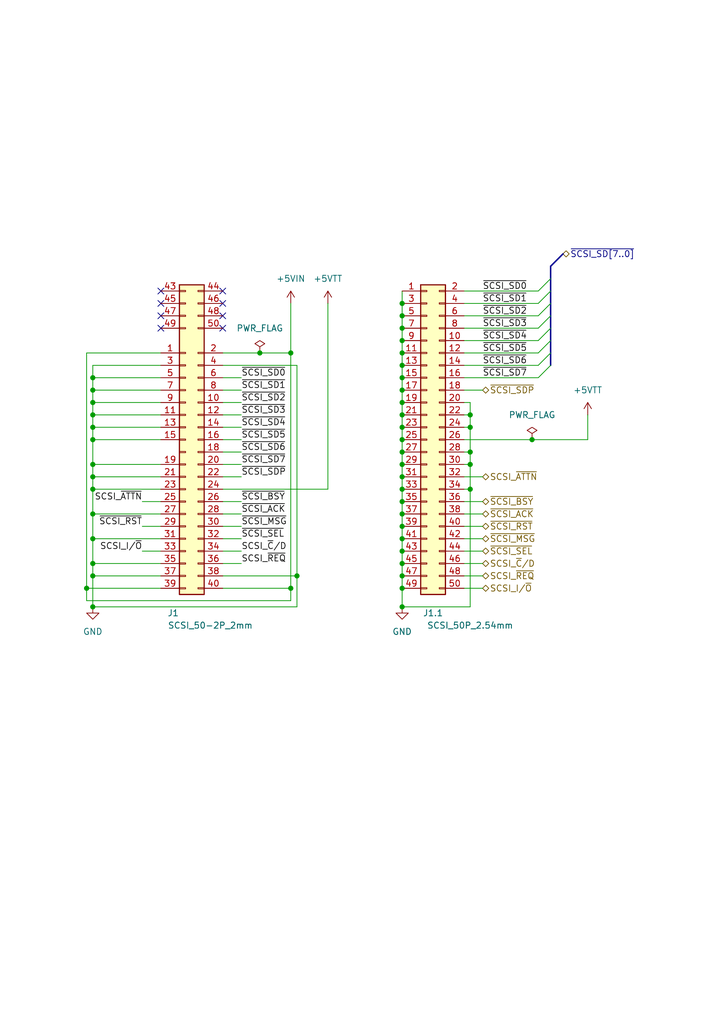
<source format=kicad_sch>
(kicad_sch (version 20250114) (generator "eeschema") (generator_version "9.0")
  (paper "A5" portrait)
  (title_block (title "GBSCSI2 Common Platform - SCSI Headers, 2mm/2.54mm") (date "2026-02-01") (rev "2.0") (comment 1 "Drawn by George R. M."))
  (lib_symbols
    (symbol "Connector_Generic:Conn_02x25_Odd_Even" (pin_names (offset 1.016) (hide yes))
      (property "Reference" "J" (at 1.27 33.02 0))
      (property "Value" "Conn_02x25_Odd_Even" (at 1.27 -33.02 0))
      (symbol "Conn_02x25_Odd_Even_1_1"
        (rectangle (start -1.27 31.75) (end 3.81 -31.75) (stroke (width 0.254)) (fill (type background)))
        (rectangle (start -1.27 30.607) (end 0 30.353) (stroke (width 0.1524)))
        (rectangle (start -1.27 28.067) (end 0 27.813) (stroke (width 0.1524)))
        (rectangle (start -1.27 25.527) (end 0 25.273) (stroke (width 0.1524)))
        (rectangle (start -1.27 22.987) (end 0 22.733) (stroke (width 0.1524)))
        (rectangle (start -1.27 20.447) (end 0 20.193) (stroke (width 0.1524)))
        (rectangle (start -1.27 17.907) (end 0 17.653) (stroke (width 0.1524)))
        (rectangle (start -1.27 15.367) (end 0 15.113) (stroke (width 0.1524)))
        (rectangle (start -1.27 12.827) (end 0 12.573) (stroke (width 0.1524)))
        (rectangle (start -1.27 10.287) (end 0 10.033) (stroke (width 0.1524)))
        (rectangle (start -1.27 7.747) (end 0 7.493) (stroke (width 0.1524)))
        (rectangle (start -1.27 5.207) (end 0 4.953) (stroke (width 0.1524)))
        (rectangle (start -1.27 2.667) (end 0 2.413) (stroke (width 0.1524)))
        (rectangle (start -1.27 0.127) (end 0 -0.127) (stroke (width 0.1524)))
        (rectangle (start -1.27 -2.413) (end 0 -2.667) (stroke (width 0.1524)))
        (rectangle (start -1.27 -4.953) (end 0 -5.207) (stroke (width 0.1524)))
        (rectangle (start -1.27 -7.493) (end 0 -7.747) (stroke (width 0.1524)))
        (rectangle (start -1.27 -10.033) (end 0 -10.287) (stroke (width 0.1524)))
        (rectangle (start -1.27 -12.573) (end 0 -12.827) (stroke (width 0.1524)))
        (rectangle (start -1.27 -15.113) (end 0 -15.367) (stroke (width 0.1524)))
        (rectangle (start -1.27 -17.653) (end 0 -17.907) (stroke (width 0.1524)))
        (rectangle (start -1.27 -20.193) (end 0 -20.447) (stroke (width 0.1524)))
        (rectangle (start -1.27 -22.733) (end 0 -22.987) (stroke (width 0.1524)))
        (rectangle (start -1.27 -25.273) (end 0 -25.527) (stroke (width 0.1524)))
        (rectangle (start -1.27 -27.813) (end 0 -28.067) (stroke (width 0.1524)))
        (rectangle (start -1.27 -30.353) (end 0 -30.607) (stroke (width 0.1524)))
        (rectangle (start 3.81 30.607) (end 2.54 30.353) (stroke (width 0.1524)))
        (rectangle (start 3.81 28.067) (end 2.54 27.813) (stroke (width 0.1524)))
        (rectangle (start 3.81 25.527) (end 2.54 25.273) (stroke (width 0.1524)))
        (rectangle (start 3.81 22.987) (end 2.54 22.733) (stroke (width 0.1524)))
        (rectangle (start 3.81 20.447) (end 2.54 20.193) (stroke (width 0.1524)))
        (rectangle (start 3.81 17.907) (end 2.54 17.653) (stroke (width 0.1524)))
        (rectangle (start 3.81 15.367) (end 2.54 15.113) (stroke (width 0.1524)))
        (rectangle (start 3.81 12.827) (end 2.54 12.573) (stroke (width 0.1524)))
        (rectangle (start 3.81 10.287) (end 2.54 10.033) (stroke (width 0.1524)))
        (rectangle (start 3.81 7.747) (end 2.54 7.493) (stroke (width 0.1524)))
        (rectangle (start 3.81 5.207) (end 2.54 4.953) (stroke (width 0.1524)))
        (rectangle (start 3.81 2.667) (end 2.54 2.413) (stroke (width 0.1524)))
        (rectangle (start 3.81 0.127) (end 2.54 -0.127) (stroke (width 0.1524)))
        (rectangle (start 3.81 -2.413) (end 2.54 -2.667) (stroke (width 0.1524)))
        (rectangle (start 3.81 -4.953) (end 2.54 -5.207) (stroke (width 0.1524)))
        (rectangle (start 3.81 -7.493) (end 2.54 -7.747) (stroke (width 0.1524)))
        (rectangle (start 3.81 -10.033) (end 2.54 -10.287) (stroke (width 0.1524)))
        (rectangle (start 3.81 -12.573) (end 2.54 -12.827) (stroke (width 0.1524)))
        (rectangle (start 3.81 -15.113) (end 2.54 -15.367) (stroke (width 0.1524)))
        (rectangle (start 3.81 -17.653) (end 2.54 -17.907) (stroke (width 0.1524)))
        (rectangle (start 3.81 -20.193) (end 2.54 -20.447) (stroke (width 0.1524)))
        (rectangle (start 3.81 -22.733) (end 2.54 -22.987) (stroke (width 0.1524)))
        (rectangle (start 3.81 -25.273) (end 2.54 -25.527) (stroke (width 0.1524)))
        (rectangle (start 3.81 -27.813) (end 2.54 -28.067) (stroke (width 0.1524)))
        (rectangle (start 3.81 -30.353) (end 2.54 -30.607) (stroke (width 0.1524)))
        (pin passive line (at -5.08 30.48 0) (length 3.81) (name "Pin_1") (number "1"))
        (pin passive line (at -5.08 27.94 0) (length 3.81) (name "Pin_3") (number "3"))
        (pin passive line (at -5.08 25.4 0) (length 3.81) (name "Pin_5") (number "5"))
        (pin passive line (at -5.08 22.86 0) (length 3.81) (name "Pin_7") (number "7"))
        (pin passive line (at -5.08 20.32 0) (length 3.81) (name "Pin_9") (number "9"))
        (pin passive line (at -5.08 17.78 0) (length 3.81) (name "Pin_11") (number "11"))
        (pin passive line (at -5.08 15.24 0) (length 3.81) (name "Pin_13") (number "13"))
        (pin passive line (at -5.08 12.7 0) (length 3.81) (name "Pin_15") (number "15"))
        (pin passive line (at -5.08 10.16 0) (length 3.81) (name "Pin_17") (number "17"))
        (pin passive line (at -5.08 7.62 0) (length 3.81) (name "Pin_19") (number "19"))
        (pin passive line (at -5.08 5.08 0) (length 3.81) (name "Pin_21") (number "21"))
        (pin passive line (at -5.08 2.54 0) (length 3.81) (name "Pin_23") (number "23"))
        (pin passive line (at -5.08 0 0) (length 3.81) (name "Pin_25") (number "25"))
        (pin passive line (at -5.08 -2.54 0) (length 3.81) (name "Pin_27") (number "27"))
        (pin passive line (at -5.08 -5.08 0) (length 3.81) (name "Pin_29") (number "29"))
        (pin passive line (at -5.08 -7.62 0) (length 3.81) (name "Pin_31") (number "31"))
        (pin passive line (at -5.08 -10.16 0) (length 3.81) (name "Pin_33") (number "33"))
        (pin passive line (at -5.08 -12.7 0) (length 3.81) (name "Pin_35") (number "35"))
        (pin passive line (at -5.08 -15.24 0) (length 3.81) (name "Pin_37") (number "37"))
        (pin passive line (at -5.08 -17.78 0) (length 3.81) (name "Pin_39") (number "39"))
        (pin passive line (at -5.08 -20.32 0) (length 3.81) (name "Pin_41") (number "41"))
        (pin passive line (at -5.08 -22.86 0) (length 3.81) (name "Pin_43") (number "43"))
        (pin passive line (at -5.08 -25.4 0) (length 3.81) (name "Pin_45") (number "45"))
        (pin passive line (at -5.08 -27.94 0) (length 3.81) (name "Pin_47") (number "47"))
        (pin passive line (at -5.08 -30.48 0) (length 3.81) (name "Pin_49") (number "49"))
        (pin passive line (at 7.62 30.48 180) (length 3.81) (name "Pin_2") (number "2"))
        (pin passive line (at 7.62 27.94 180) (length 3.81) (name "Pin_4") (number "4"))
        (pin passive line (at 7.62 25.4 180) (length 3.81) (name "Pin_6") (number "6"))
        (pin passive line (at 7.62 22.86 180) (length 3.81) (name "Pin_8") (number "8"))
        (pin passive line (at 7.62 20.32 180) (length 3.81) (name "Pin_10") (number "10"))
        (pin passive line (at 7.62 17.78 180) (length 3.81) (name "Pin_12") (number "12"))
        (pin passive line (at 7.62 15.24 180) (length 3.81) (name "Pin_14") (number "14"))
        (pin passive line (at 7.62 12.7 180) (length 3.81) (name "Pin_16") (number "16"))
        (pin passive line (at 7.62 10.16 180) (length 3.81) (name "Pin_18") (number "18"))
        (pin passive line (at 7.62 7.62 180) (length 3.81) (name "Pin_20") (number "20"))
        (pin passive line (at 7.62 5.08 180) (length 3.81) (name "Pin_22") (number "22"))
        (pin passive line (at 7.62 2.54 180) (length 3.81) (name "Pin_24") (number "24"))
        (pin passive line (at 7.62 0 180) (length 3.81) (name "Pin_26") (number "26"))
        (pin passive line (at 7.62 -2.54 180) (length 3.81) (name "Pin_28") (number "28"))
        (pin passive line (at 7.62 -5.08 180) (length 3.81) (name "Pin_30") (number "30"))
        (pin passive line (at 7.62 -7.62 180) (length 3.81) (name "Pin_32") (number "32"))
        (pin passive line (at 7.62 -10.16 180) (length 3.81) (name "Pin_34") (number "34"))
        (pin passive line (at 7.62 -12.7 180) (length 3.81) (name "Pin_36") (number "36"))
        (pin passive line (at 7.62 -15.24 180) (length 3.81) (name "Pin_38") (number "38"))
        (pin passive line (at 7.62 -17.78 180) (length 3.81) (name "Pin_40") (number "40"))
        (pin passive line (at 7.62 -20.32 180) (length 3.81) (name "Pin_42") (number "42"))
        (pin passive line (at 7.62 -22.86 180) (length 3.81) (name "Pin_44") (number "44"))
        (pin passive line (at 7.62 -25.4 180) (length 3.81) (name "Pin_46") (number "46"))
        (pin passive line (at 7.62 -27.94 180) (length 3.81) (name "Pin_48") (number "48"))
        (pin passive line (at 7.62 -30.48 180) (length 3.81) (name "Pin_50") (number "50"))
      )
    )
    (symbol "GBSCSI:Conn_02x25-2_reverse" (pin_names (offset 1.016) (hide yes))
      (property "Reference" "J" (at -2.54 -35.56 0))
      (property "Value" "SCSI_50-2P_2mm" (at 5.08 -38.1 0))
      (symbol "Conn_02x25-2_reverse_1_1"
        (rectangle (start -1.27 31.75) (end 3.81 -31.75) (stroke (width 0.254)) (fill (type background)))
        (rectangle (start -1.27 30.607) (end 0 30.353) (stroke (width 0.1524)))
        (rectangle (start -1.27 28.067) (end 0 27.813) (stroke (width 0.1524)))
        (rectangle (start -1.27 25.527) (end 0 25.273) (stroke (width 0.1524)))
        (rectangle (start -1.27 22.987) (end 0 22.733) (stroke (width 0.1524)))
        (rectangle (start -1.27 17.907) (end 0 17.653) (stroke (width 0.1524)))
        (rectangle (start -1.27 15.367) (end 0 15.113) (stroke (width 0.1524)))
        (rectangle (start -1.27 12.827) (end 0 12.573) (stroke (width 0.1524)))
        (rectangle (start -1.27 10.287) (end 0 10.033) (stroke (width 0.1524)))
        (rectangle (start -1.27 7.747) (end 0 7.493) (stroke (width 0.1524)))
        (rectangle (start -1.27 5.207) (end 0 4.953) (stroke (width 0.1524)))
        (rectangle (start -1.27 2.667) (end 0 2.413) (stroke (width 0.1524)))
        (rectangle (start -1.27 0.127) (end 0 -0.127) (stroke (width 0.1524)))
        (rectangle (start -1.27 -2.413) (end 0 -2.667) (stroke (width 0.1524)))
        (rectangle (start -1.27 -4.953) (end 0 -5.207) (stroke (width 0.1524)))
        (rectangle (start -1.27 -7.493) (end 0 -7.747) (stroke (width 0.1524)))
        (rectangle (start -1.27 -10.033) (end 0 -10.287) (stroke (width 0.1524)))
        (rectangle (start -1.27 -12.573) (end 0 -12.827) (stroke (width 0.1524)))
        (rectangle (start -1.27 -15.113) (end 0 -15.367) (stroke (width 0.1524)))
        (rectangle (start -1.27 -17.653) (end 0 -17.907) (stroke (width 0.1524)))
        (rectangle (start -1.27 -20.193) (end 0 -20.447) (stroke (width 0.1524)))
        (rectangle (start -1.27 -22.733) (end 0 -22.987) (stroke (width 0.1524)))
        (rectangle (start -1.27 -25.273) (end 0 -25.527) (stroke (width 0.1524)))
        (rectangle (start -1.27 -27.813) (end 0 -28.067) (stroke (width 0.1524)))
        (rectangle (start -1.27 -30.353) (end 0 -30.607) (stroke (width 0.1524)))
        (rectangle (start 3.81 30.607) (end 2.54 30.353) (stroke (width 0.1524)))
        (rectangle (start 3.81 28.067) (end 2.54 27.813) (stroke (width 0.1524)))
        (rectangle (start 3.81 25.527) (end 2.54 25.273) (stroke (width 0.1524)))
        (rectangle (start 3.81 22.987) (end 2.54 22.733) (stroke (width 0.1524)))
        (rectangle (start 3.81 17.907) (end 2.54 17.653) (stroke (width 0.1524)))
        (rectangle (start 3.81 15.367) (end 2.54 15.113) (stroke (width 0.1524)))
        (rectangle (start 3.81 12.827) (end 2.54 12.573) (stroke (width 0.1524)))
        (rectangle (start 3.81 10.287) (end 2.54 10.033) (stroke (width 0.1524)))
        (rectangle (start 3.81 7.747) (end 2.54 7.493) (stroke (width 0.1524)))
        (rectangle (start 3.81 5.207) (end 2.54 4.953) (stroke (width 0.1524)))
        (rectangle (start 3.81 2.667) (end 2.54 2.413) (stroke (width 0.1524)))
        (rectangle (start 3.81 0.127) (end 2.54 -0.127) (stroke (width 0.1524)))
        (rectangle (start 3.81 -2.413) (end 2.54 -2.667) (stroke (width 0.1524)))
        (rectangle (start 3.81 -4.953) (end 2.54 -5.207) (stroke (width 0.1524)))
        (rectangle (start 3.81 -7.493) (end 2.54 -7.747) (stroke (width 0.1524)))
        (rectangle (start 3.81 -10.033) (end 2.54 -10.287) (stroke (width 0.1524)))
        (rectangle (start 3.81 -12.573) (end 2.54 -12.827) (stroke (width 0.1524)))
        (rectangle (start 3.81 -15.113) (end 2.54 -15.367) (stroke (width 0.1524)))
        (rectangle (start 3.81 -17.653) (end 2.54 -17.907) (stroke (width 0.1524)))
        (rectangle (start 3.81 -20.193) (end 2.54 -20.447) (stroke (width 0.1524)))
        (rectangle (start 3.81 -22.733) (end 2.54 -22.987) (stroke (width 0.1524)))
        (rectangle (start 3.81 -25.273) (end 2.54 -25.527) (stroke (width 0.1524)))
        (rectangle (start 3.81 -27.813) (end 2.54 -28.067) (stroke (width 0.1524)))
        (rectangle (start 3.81 -30.353) (end 2.54 -30.607) (stroke (width 0.1524)))
        (pin passive line (at -5.08 30.48 0) (length 3.81) (name "Pin_43") (number "43"))
        (pin passive line (at -5.08 27.94 0) (length 3.81) (name "Pin_45") (number "45"))
        (pin passive line (at -5.08 25.4 0) (length 3.81) (name "Pin_47") (number "47"))
        (pin passive line (at -5.08 22.86 0) (length 3.81) (name "Pin_49") (number "49"))
        (pin passive line (at -5.08 17.78 0) (length 3.81) (name "Pin_1") (number "1"))
        (pin passive line (at -5.08 15.24 0) (length 3.81) (name "Pin_3") (number "3"))
        (pin passive line (at -5.08 12.7 0) (length 3.81) (name "Pin_5") (number "5"))
        (pin passive line (at -5.08 10.16 0) (length 3.81) (name "Pin_7") (number "7"))
        (pin passive line (at -5.08 7.62 0) (length 3.81) (name "Pin_9") (number "9"))
        (pin passive line (at -5.08 5.08 0) (length 3.81) (name "Pin_11") (number "11"))
        (pin passive line (at -5.08 2.54 0) (length 3.81) (name "Pin_13") (number "13"))
        (pin passive line (at -5.08 0 0) (length 3.81) (name "Pin_15") (number "15"))
        (pin passive line (at -5.08 -5.08 0) (length 3.81) (name "Pin_19") (number "19"))
        (pin passive line (at -5.08 -7.62 0) (length 3.81) (name "Pin_21") (number "21"))
        (pin passive line (at -5.08 -10.16 0) (length 3.81) (name "Pin_23") (number "23"))
        (pin passive line (at -5.08 -12.7 0) (length 3.81) (name "Pin_25") (number "25"))
        (pin passive line (at -5.08 -15.24 0) (length 3.81) (name "Pin_27") (number "27"))
        (pin passive line (at -5.08 -17.78 0) (length 3.81) (name "Pin_29") (number "29"))
        (pin passive line (at -5.08 -20.32 0) (length 3.81) (name "Pin_31") (number "31"))
        (pin passive line (at -5.08 -22.86 0) (length 3.81) (name "Pin_33") (number "33"))
        (pin passive line (at -5.08 -25.4 0) (length 3.81) (name "Pin_35") (number "35"))
        (pin passive line (at -5.08 -27.94 0) (length 3.81) (name "Pin_37") (number "37"))
        (pin passive line (at -5.08 -30.48 0) (length 3.81) (name "Pin_39") (number "39"))
        (pin passive line (at 7.62 30.48 180) (length 3.81) (name "Pin_44") (number "44"))
        (pin passive line (at 7.62 27.94 180) (length 3.81) (name "Pin_46") (number "46"))
        (pin passive line (at 7.62 25.4 180) (length 3.81) (name "Pin_48") (number "48"))
        (pin passive line (at 7.62 22.86 180) (length 3.81) (name "Pin_50") (number "50"))
        (pin passive line (at 7.62 17.78 180) (length 3.81) (name "Pin_2") (number "2"))
        (pin passive line (at 7.62 15.24 180) (length 3.81) (name "Pin_4") (number "4"))
        (pin passive line (at 7.62 12.7 180) (length 3.81) (name "Pin_6") (number "6"))
        (pin passive line (at 7.62 10.16 180) (length 3.81) (name "Pin_8") (number "8"))
        (pin passive line (at 7.62 7.62 180) (length 3.81) (name "Pin_10") (number "10"))
        (pin passive line (at 7.62 5.08 180) (length 3.81) (name "Pin_12") (number "12"))
        (pin passive line (at 7.62 2.54 180) (length 3.81) (name "Pin_14") (number "14"))
        (pin passive line (at 7.62 0 180) (length 3.81) (name "Pin_16") (number "16"))
        (pin passive line (at 7.62 -2.54 180) (length 3.81) (name "Pin_18") (number "18"))
        (pin passive line (at 7.62 -5.08 180) (length 3.81) (name "Pin_20") (number "20"))
        (pin passive line (at 7.62 -7.62 180) (length 3.81) (name "Pin_22") (number "22"))
        (pin passive line (at 7.62 -10.16 180) (length 3.81) (name "Pin_24") (number "24"))
        (pin passive line (at 7.62 -12.7 180) (length 3.81) (name "Pin_26") (number "26"))
        (pin passive line (at 7.62 -15.24 180) (length 3.81) (name "Pin_28") (number "28"))
        (pin passive line (at 7.62 -17.78 180) (length 3.81) (name "Pin_30") (number "30"))
        (pin passive line (at 7.62 -20.32 180) (length 3.81) (name "Pin_32") (number "32"))
        (pin passive line (at 7.62 -22.86 180) (length 3.81) (name "Pin_34") (number "34"))
        (pin passive line (at 7.62 -25.4 180) (length 3.81) (name "Pin_36") (number "36"))
        (pin passive line (at 7.62 -27.94 180) (length 3.81) (name "Pin_38") (number "38"))
        (pin passive line (at 7.62 -30.48 180) (length 3.81) (name "Pin_40") (number "40"))
      )
    )
    (symbol "power:+5V" (power) (pin_numbers (hide yes)) (pin_names (offset 0) (hide yes))
      (property "Value" "+5V" (at 0 3.556 0))
      (symbol "+5V_0_1"
        (polyline (pts (xy -0.762 1.27) (xy 0 2.54)))
        (polyline (pts (xy 0 2.54) (xy 0.762 1.27)))
        (polyline (pts (xy 0 0) (xy 0 2.54)))
      )
      (symbol "+5V_1_1"
        (pin power_in line (at 0 0 90) (length 0) (name "~") (number "1"))
      )
    )
    (symbol "power:GND" (power) (pin_numbers (hide yes)) (pin_names (offset 0) (hide yes))
      (property "Value" "GND" (at 0 -3.81 0))
      (symbol "GND_0_1"
        (polyline (pts (xy 0 0) (xy 0 -1.27) (xy 1.27 -1.27) (xy 0 -2.54) (xy -1.27 -1.27) (xy 0 -1.27)))
      )
      (symbol "GND_1_1"
        (pin power_in line (at 0 0 270) (length 0) (name "~") (number "1"))
      )
    )
    (symbol "power:PWR_FLAG" (power) (pin_numbers (hide yes)) (pin_names (offset 0) (hide yes))
      (property "Value" "PWR_FLAG" (at 0 3.81 0))
      (symbol "PWR_FLAG_0_0"
        (pin power_out line (at 0 0 90) (length 0) (name "~") (number "1"))
      )
      (symbol "PWR_FLAG_0_1"
        (polyline (pts (xy 0 0) (xy 0 1.27) (xy -1.016 1.905) (xy 0 2.54) (xy 1.016 1.905) (xy 0 1.27)))
      )
    )
  )
  (junction (at 82.55 105.41))
  (junction (at 82.55 92.71))
  (junction (at 82.55 62.23))
  (junction (at 19.05 105.41))
  (junction (at 82.55 95.25))
  (junction (at 82.55 87.63))
  (junction (at 53.34 72.39))
  (junction (at 82.55 67.31))
  (junction (at 82.55 118.11))
  (junction (at 19.05 85.09))
  (junction (at 19.05 87.63))
  (junction (at 109.22 90.17))
  (junction (at 96.52 92.71))
  (junction (at 96.52 87.63))
  (junction (at 19.05 90.17))
  (junction (at 19.05 118.11))
  (junction (at 82.55 72.39))
  (junction (at 82.55 100.33))
  (junction (at 59.69 72.39))
  (junction (at 82.55 97.79))
  (junction (at 60.96 118.11))
  (junction (at 82.55 90.17))
  (junction (at 59.69 120.65))
  (junction (at 19.05 124.46))
  (junction (at 82.55 69.85))
  (junction (at 82.55 102.87))
  (junction (at 82.55 64.77))
  (junction (at 19.05 115.57))
  (junction (at 82.55 77.47))
  (junction (at 19.05 95.25))
  (junction (at 96.52 85.09))
  (junction (at 82.55 113.03))
  (junction (at 82.55 124.46))
  (junction (at 82.55 85.09))
  (junction (at 96.52 95.25))
  (junction (at 82.55 120.65))
  (junction (at 82.55 107.95))
  (junction (at 82.55 80.01))
  (junction (at 19.05 110.49))
  (junction (at 19.05 77.47))
  (junction (at 82.55 110.49))
  (junction (at 96.52 100.33))
  (junction (at 82.55 74.93))
  (junction (at 19.05 100.33))
  (junction (at 19.05 97.79))
  (junction (at 82.55 115.57))
  (junction (at 19.05 82.55))
  (junction (at 17.78 120.65))
  (junction (at 82.55 82.55))
  (junction (at 19.05 80.01))
  (no_connect (at 33.02 62.23))
  (no_connect (at 33.02 59.69))
  (no_connect (at 45.72 64.77))
  (no_connect (at 33.02 64.77))
  (no_connect (at 45.72 67.31))
  (no_connect (at 33.02 67.31))
  (no_connect (at 45.72 59.69))
  (no_connect (at 45.72 62.23))
  (bus_entry (at 110.49 59.69) (size 2.54 -2.54))
  (bus_entry (at 110.49 67.31) (size 2.54 -2.54))
  (bus_entry (at 110.49 77.47) (size 2.54 -2.54))
  (bus_entry (at 110.49 72.39) (size 2.54 -2.54))
  (bus_entry (at 110.49 69.85) (size 2.54 -2.54))
  (bus_entry (at 110.49 64.77) (size 2.54 -2.54))
  (bus_entry (at 110.49 62.23) (size 2.54 -2.54))
  (bus_entry (at 110.49 74.93) (size 2.54 -2.54))
  (wire (pts (xy 96.52 100.33) (xy 96.52 124.46)))
  (wire (pts (xy 19.05 105.41) (xy 19.05 110.49)))
  (wire (pts (xy 82.55 69.85) (xy 82.55 72.39)))
  (wire (pts (xy 19.05 124.46) (xy 19.05 118.11)))
  (wire (pts (xy 49.53 90.17) (xy 45.72 90.17)))
  (wire (pts (xy 99.06 107.95) (xy 95.25 107.95)))
  (wire (pts (xy 96.52 85.09) (xy 96.52 87.63)))
  (wire (pts (xy 45.72 102.87) (xy 49.53 102.87)))
  (wire (pts (xy 82.55 80.01) (xy 82.55 82.55)))
  (wire (pts (xy 82.55 92.71) (xy 82.55 95.25)))
  (wire (pts (xy 49.53 92.71) (xy 45.72 92.71)))
  (wire (pts (xy 82.55 97.79) (xy 82.55 100.33)))
  (wire (pts (xy 99.06 105.41) (xy 95.25 105.41)))
  (wire (pts (xy 19.05 82.55) (xy 19.05 85.09)))
  (wire (pts (xy 19.05 85.09) (xy 33.02 85.09)))
  (wire (pts (xy 49.53 113.03) (xy 45.72 113.03)))
  (wire (pts (xy 96.52 85.09) (xy 95.25 85.09)))
  (wire (pts (xy 82.55 115.57) (xy 82.55 118.11)))
  (wire (pts (xy 19.05 110.49) (xy 33.02 110.49)))
  (bus (pts (xy 113.03 59.69) (xy 113.03 57.15)))
  (wire (pts (xy 29.21 107.95) (xy 33.02 107.95)))
  (wire (pts (xy 99.06 115.57) (xy 95.25 115.57)))
  (wire (pts (xy 19.05 105.41) (xy 33.02 105.41)))
  (wire (pts (xy 19.05 87.63) (xy 19.05 90.17)))
  (wire (pts (xy 19.05 77.47) (xy 19.05 80.01)))
  (wire (pts (xy 49.53 105.41) (xy 45.72 105.41)))
  (wire (pts (xy 95.25 59.69) (xy 110.49 59.69)))
  (wire (pts (xy 95.25 77.47) (xy 110.49 77.47)))
  (wire (pts (xy 60.96 74.93) (xy 60.96 118.11)))
  (wire (pts (xy 19.05 95.25) (xy 19.05 97.79)))
  (wire (pts (xy 99.06 118.11) (xy 95.25 118.11)))
  (bus (pts (xy 113.03 72.39) (xy 113.03 69.85)))
  (wire (pts (xy 19.05 100.33) (xy 19.05 105.41)))
  (wire (pts (xy 96.52 95.25) (xy 96.52 100.33)))
  (wire (pts (xy 59.69 62.23) (xy 59.69 72.39)))
  (wire (pts (xy 120.65 85.09) (xy 120.65 90.17)))
  (wire (pts (xy 82.55 100.33) (xy 82.55 102.87)))
  (wire (pts (xy 99.06 120.65) (xy 95.25 120.65)))
  (wire (pts (xy 49.53 97.79) (xy 45.72 97.79)))
  (wire (pts (xy 82.55 85.09) (xy 82.55 87.63)))
  (wire (pts (xy 95.25 97.79) (xy 99.06 97.79)))
  (wire (pts (xy 19.05 80.01) (xy 19.05 82.55)))
  (wire (pts (xy 82.55 120.65) (xy 82.55 124.46)))
  (wire (pts (xy 45.72 120.65) (xy 59.69 120.65)))
  (wire (pts (xy 82.55 107.95) (xy 82.55 110.49)))
  (wire (pts (xy 96.52 82.55) (xy 95.25 82.55)))
  (wire (pts (xy 33.02 72.39) (xy 17.78 72.39)))
  (wire (pts (xy 82.55 105.41) (xy 82.55 107.95)))
  (wire (pts (xy 45.72 100.33) (xy 67.31 100.33)))
  (wire (pts (xy 82.55 87.63) (xy 82.55 90.17)))
  (wire (pts (xy 82.55 62.23) (xy 82.55 64.77)))
  (wire (pts (xy 19.05 87.63) (xy 33.02 87.63)))
  (bus (pts (xy 113.03 69.85) (xy 113.03 67.31)))
  (wire (pts (xy 82.55 59.69) (xy 82.55 62.23)))
  (wire (pts (xy 82.55 110.49) (xy 82.55 113.03)))
  (wire (pts (xy 95.25 62.23) (xy 110.49 62.23)))
  (wire (pts (xy 19.05 97.79) (xy 19.05 100.33)))
  (wire (pts (xy 96.52 87.63) (xy 95.25 87.63)))
  (wire (pts (xy 19.05 90.17) (xy 33.02 90.17)))
  (wire (pts (xy 95.25 72.39) (xy 110.49 72.39)))
  (wire (pts (xy 19.05 110.49) (xy 19.05 115.57)))
  (wire (pts (xy 82.55 74.93) (xy 82.55 77.47)))
  (wire (pts (xy 95.25 102.87) (xy 99.06 102.87)))
  (wire (pts (xy 49.53 115.57) (xy 45.72 115.57)))
  (bus (pts (xy 113.03 57.15) (xy 113.03 54.61)))
  (wire (pts (xy 96.52 92.71) (xy 95.25 92.71)))
  (wire (pts (xy 96.52 82.55) (xy 96.52 85.09)))
  (wire (pts (xy 19.05 118.11) (xy 19.05 115.57)))
  (wire (pts (xy 45.72 74.93) (xy 60.96 74.93)))
  (wire (pts (xy 19.05 118.11) (xy 33.02 118.11)))
  (wire (pts (xy 95.25 90.17) (xy 109.22 90.17)))
  (wire (pts (xy 82.55 124.46) (xy 96.52 124.46)))
  (wire (pts (xy 49.53 87.63) (xy 45.72 87.63)))
  (wire (pts (xy 109.22 90.17) (xy 120.65 90.17)))
  (wire (pts (xy 19.05 82.55) (xy 33.02 82.55)))
  (wire (pts (xy 49.53 95.25) (xy 45.72 95.25)))
  (wire (pts (xy 49.53 82.55) (xy 45.72 82.55)))
  (wire (pts (xy 82.55 118.11) (xy 82.55 120.65)))
  (wire (pts (xy 19.05 74.93) (xy 19.05 77.47)))
  (wire (pts (xy 17.78 72.39) (xy 17.78 120.65)))
  (wire (pts (xy 29.21 113.03) (xy 33.02 113.03)))
  (wire (pts (xy 19.05 97.79) (xy 33.02 97.79)))
  (wire (pts (xy 49.53 80.01) (xy 45.72 80.01)))
  (wire (pts (xy 96.52 92.71) (xy 96.52 95.25)))
  (wire (pts (xy 53.34 72.39) (xy 59.69 72.39)))
  (wire (pts (xy 95.25 100.33) (xy 96.52 100.33)))
  (wire (pts (xy 82.55 113.03) (xy 82.55 115.57)))
  (wire (pts (xy 67.31 62.23) (xy 67.31 100.33)))
  (wire (pts (xy 95.25 64.77) (xy 110.49 64.77)))
  (wire (pts (xy 19.05 77.47) (xy 33.02 77.47)))
  (wire (pts (xy 82.55 64.77) (xy 82.55 67.31)))
  (wire (pts (xy 49.53 107.95) (xy 45.72 107.95)))
  (wire (pts (xy 19.05 80.01) (xy 33.02 80.01)))
  (wire (pts (xy 45.72 72.39) (xy 53.34 72.39)))
  (wire (pts (xy 82.55 82.55) (xy 82.55 85.09)))
  (wire (pts (xy 82.55 67.31) (xy 82.55 69.85)))
  (wire (pts (xy 82.55 77.47) (xy 82.55 80.01)))
  (wire (pts (xy 82.55 72.39) (xy 82.55 74.93)))
  (wire (pts (xy 19.05 100.33) (xy 33.02 100.33)))
  (wire (pts (xy 59.69 120.65) (xy 59.69 123.19)))
  (wire (pts (xy 45.72 118.11) (xy 60.96 118.11)))
  (bus (pts (xy 113.03 62.23) (xy 113.03 59.69)))
  (wire (pts (xy 19.05 90.17) (xy 19.05 95.25)))
  (wire (pts (xy 19.05 124.46) (xy 60.96 124.46)))
  (wire (pts (xy 33.02 102.87) (xy 29.21 102.87)))
  (wire (pts (xy 49.53 77.47) (xy 45.72 77.47)))
  (wire (pts (xy 59.69 123.19) (xy 17.78 123.19)))
  (wire (pts (xy 59.69 120.65) (xy 59.69 72.39)))
  (wire (pts (xy 95.25 74.93) (xy 110.49 74.93)))
  (bus (pts (xy 113.03 74.93) (xy 113.03 72.39)))
  (wire (pts (xy 33.02 74.93) (xy 19.05 74.93)))
  (wire (pts (xy 60.96 118.11) (xy 60.96 124.46)))
  (wire (pts (xy 96.52 87.63) (xy 96.52 92.71)))
  (wire (pts (xy 96.52 95.25) (xy 95.25 95.25)))
  (bus (pts (xy 113.03 54.61) (xy 115.57 52.07)))
  (wire (pts (xy 99.06 80.01) (xy 95.25 80.01)))
  (wire (pts (xy 82.55 90.17) (xy 82.55 92.71)))
  (wire (pts (xy 95.25 69.85) (xy 110.49 69.85)))
  (wire (pts (xy 19.05 95.25) (xy 33.02 95.25)))
  (wire (pts (xy 95.25 67.31) (xy 110.49 67.31)))
  (bus (pts (xy 113.03 64.77) (xy 113.03 62.23)))
  (wire (pts (xy 19.05 85.09) (xy 19.05 87.63)))
  (wire (pts (xy 19.05 115.57) (xy 33.02 115.57)))
  (wire (pts (xy 17.78 120.65) (xy 33.02 120.65)))
  (bus (pts (xy 113.03 67.31) (xy 113.03 64.77)))
  (wire (pts (xy 82.55 102.87) (xy 82.55 105.41)))
  (wire (pts (xy 17.78 123.19) (xy 17.78 120.65)))
  (wire (pts (xy 49.53 110.49) (xy 45.72 110.49)))
  (wire (pts (xy 49.53 85.09) (xy 45.72 85.09)))
  (wire (pts (xy 99.06 113.03) (xy 95.25 113.03)))
  (wire (pts (xy 82.55 95.25) (xy 82.55 97.79)))
  (wire (pts (xy 99.06 110.49) (xy 95.25 110.49)))
  (label "~{SCSI_SD4}" (at 49.53 87.63 0))
  (label "~{SCSI_SD1}" (at 99.06 62.23 0))
  (label "~{SCSI_ACK}" (at 49.53 105.41 0))
  (label "~{SCSI_SD2}" (at 49.53 82.55 0))
  (label "~{SCSI_SD5}" (at 49.53 90.17 0))
  (label "~{SCSI_SD6}" (at 49.53 92.71 0))
  (label "~{SCSI_SEL}" (at 49.53 110.49 0))
  (label "~{SCSI_SDP}" (at 49.53 97.79 0))
  (label "~{SCSI_SD5}" (at 99.06 72.39 0))
  (label "~{SCSI_SD7}" (at 99.06 77.47 0))
  (label "~{SCSI_SD3}" (at 49.53 85.09 0))
  (label "~{SCSI_SD3}" (at 99.06 67.31 0))
  (label "~{SCSI_MSG}" (at 49.53 107.95 0))
  (label "SCSI_~{REQ}" (at 49.53 115.57 0))
  (label "~{SCSI_SD0}" (at 99.06 59.69 0))
  (label "~{SCSI_RST}" (at 29.21 107.95 180))
  (label "~{SCSI_BSY}" (at 49.53 102.87 0))
  (label "~{SCSI_SD2}" (at 99.06 64.77 0))
  (label "~{SCSI_SD6}" (at 99.06 74.93 0))
  (label "SCSI_~{ATTN}" (at 29.21 102.87 180))
  (label "~{SCSI_SD0}" (at 49.53 77.47 0))
  (label "~{SCSI_SD1}" (at 49.53 80.01 0))
  (label "SCSI_I{slash}~{O}" (at 29.21 113.03 180))
  (label "~{SCSI_SD7}" (at 49.53 95.25 0))
  (label "~{SCSI_SD4}" (at 99.06 69.85 0))
  (label "SCSI_~{C}{slash}D" (at 49.53 113.03 0))
  (hierarchical_label "SCSI_I{slash}~{O}" (shape bidirectional) (at 99.06 120.65 0))
  (hierarchical_label "SCSI_~{ATTN}" (shape bidirectional) (at 99.06 97.79 0))
  (hierarchical_label "~{SCSI_SD[7..0]}" (shape bidirectional) (at 115.57 52.07 0))
  (hierarchical_label "~{SCSI_ACK}" (shape bidirectional) (at 99.06 105.41 0))
  (hierarchical_label "~{SCSI_SDP}" (shape bidirectional) (at 99.06 80.01 0))
  (hierarchical_label "~{SCSI_BSY}" (shape bidirectional) (at 99.06 102.87 0))
  (hierarchical_label "~{SCSI_RST}" (shape bidirectional) (at 99.06 107.95 0))
  (hierarchical_label "~{SCSI_MSG}" (shape bidirectional) (at 99.06 110.49 0))
  (hierarchical_label "~{SCSI_SEL}" (shape bidirectional) (at 99.06 113.03 0))
  (hierarchical_label "SCSI_~{REQ}" (shape bidirectional) (at 99.06 118.11 0))
  (hierarchical_label "SCSI_~{C}{slash}D" (shape bidirectional) (at 99.06 115.57 0))
  (symbol (lib_id "Connector_Generic:Conn_02x25_Odd_Even") (at 87.63 90.17 0) (unit 1)
    (property "Reference" "J1.1" (at 88.9 125.73 0))
    (property "Value" "SCSI_50P_2.54mm" (at 96.52 128.27 0))
    (property "Footprint" "Connector_IDC:IDC-Header_2x25_P2.54mm_Horizontal" (effects (hide yes)))
    (property "LCSC" "N/A" (effects (hide yes)))
    (property "LCSC Part #" "N/A" (effects (hide yes)))
  )
  (symbol (lib_id "power:+5V") (at 120.65 85.09 0) (unit 1)
    (property "Reference" "#PWR0123" (effects (hide yes)))
    (property "Value" "+5VTT" (at 120.65 80.01 0))
    (property "Description" "Power symbol creates a global label with name \"+5V\"" (effects (hide yes)))
  )
  (symbol (lib_id "power:GND") (at 82.55 124.46 0) (unit 1)
    (property "Reference" "#PWR0125" (effects (hide yes)))
    (property "Value" "GND" (at 82.55 129.54 0))
  )
  (symbol (lib_id "power:+5V") (at 59.69 62.23 0) (unit 1)
    (property "Reference" "#PWR0121" (effects (hide yes)))
    (property "Value" "+5VIN" (at 59.69 57.15 0))
    (property "Description" "Power symbol creates a global label with name \"+5V\"" (effects (hide yes)))
  )
  (symbol (lib_id "power:PWR_FLAG") (at 53.34 72.39 0) (unit 1)
    (property "Reference" "#FLG0104" (effects (hide yes)))
    (property "Value" "PWR_FLAG" (at 53.34 67.31 0))
    (property "Description" "Special symbol for telling ERC where power comes from" (effects (hide yes)))
  )
  (symbol (lib_id "GBSCSI:Conn_02x25-2_reverse") (at 38.1 90.17 0) (unit 1)
    (property "Reference" "J1" (at 35.56 125.73 0))
    (property "Value" "SCSI_50-2P_2mm" (at 43.18 128.27 0))
    (property "Footprint" "GBSCSI:PinHeader_2x25-2_P2.00mm_straddle" (effects (hide yes)))
    (property "LCSC" "N/A" (effects (hide yes)))
    (property "LCSC Part #" "N/A" (effects (hide yes)))
  )
  (symbol (lib_id "power:GND") (at 19.05 124.46 0) (unit 1)
    (property "Reference" "#PWR0124" (effects (hide yes)))
    (property "Value" "GND" (at 19.05 129.54 0))
  )
  (symbol (lib_id "power:+5V") (at 67.31 62.23 0) (unit 1)
    (property "Reference" "#PWR0122" (effects (hide yes)))
    (property "Value" "+5VTT" (at 67.31 57.15 0))
    (property "Description" "Power symbol creates a global label with name \"+5V\"" (effects (hide yes)))
  )
  (symbol (lib_id "power:PWR_FLAG") (at 109.22 90.17 0) (unit 1)
    (property "Reference" "#FLG0105" (effects (hide yes)))
    (property "Value" "PWR_FLAG" (at 109.22 85.09 0))
    (property "Description" "Special symbol for telling ERC where power comes from" (effects (hide yes)))
  )
)
</source>
